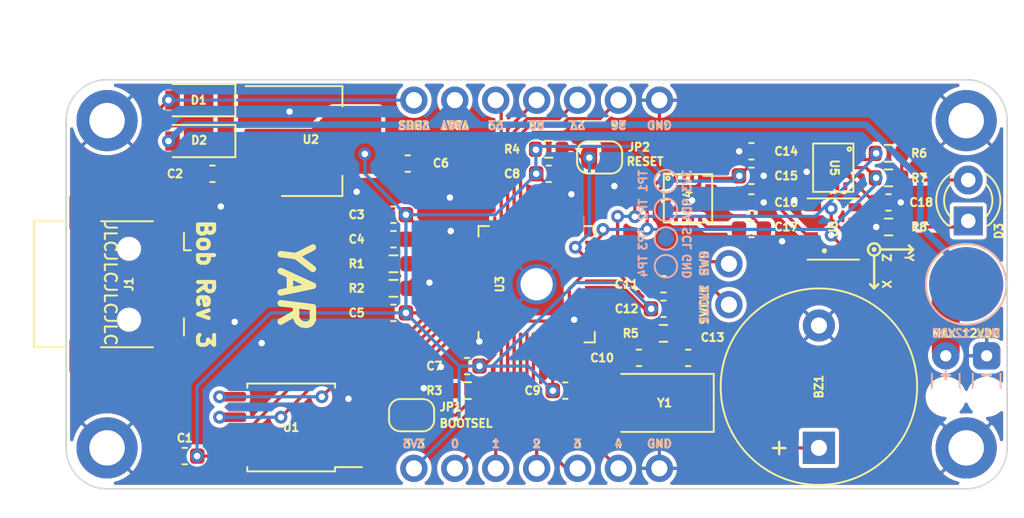
<source format=kicad_pcb>
(kicad_pcb (version 20211014) (generator pcbnew)
  (layers (0 "F.Cu" mixed) (31 "B.Cu" mixed) (34 "B.Paste" user) (35 "F.Paste" user) (36 "B.SilkS" user "B.Silkscreen") (37 "F.SilkS" user "F.Silkscreen") (38 "B.Mask" user) (39 "F.Mask" user) (44 "Edge.Cuts" user))
  (net 0 "")
  (net 1 "GND")
  (net 2 "XIN")
  (net 3 "+3V3")
  (net 4 "+1V1")
  (net 5 "VBUS")
  (net 6 "+BATT")
  (net 7 "Net-(JP2-Pad2)")
  (net 8 "BUZZER")
  (net 9 "QSPI_SS")
  (net 10 "XOUT")
  (net 11 "QSPI_SD1")
  (net 12 "QSPI_SD2")
  (net 13 "QSPI_SD0")
  (net 14 "QSPI_SCLK")
  (net 15 "QSPI_SD3")
  (net 16 "I2C_SDA")
  (net 17 "I2C_SCL")
  (net 18 "GPIO2")
  (net 19 "GPIO3")
  (net 20 "SWCLK")
  (net 21 "SWD")
  (net 22 "GPIO0")
  (net 23 "GPIO1")
  (net 24 "USB_D+")
  (net 25 "USB_D-")
  (net 26 "GPIO4")
  (net 27 "GPIO26")
  (net 28 "GPIO27")
  (net 29 "GPIO28")
  (net 30 "GPIO29")
  (net 31 "Net-(JP1-Pad2)")
  (net 32 "Net-(C2-Pad1)")
  (net 33 "Net-(C13-Pad2)")
  (net 34 "Net-(C16-Pad2)")
  (net 35 "Net-(C17-Pad1)")
  (net 36 "Net-(U4-Pad12)")
  (net 37 "Net-(D3-Pad1)")
  (net 39 "Net-(J4-Pad2)")
  (net 40 "Net-(R1-Pad1)")
  (net 41 "Net-(R2-Pad1)")
  (footprint "Capacitor_SMD:C_0603_1608Metric" (layer "F.Cu") (at 35.179 22.987)
    (fp_text reference "C6")
    (fp_text value "10u")
  )
  (footprint "Connector_PinHeader_2.54mm:PinHeader_1x07_P2.54mm_Vertical_NoSilk" (layer "F.Cu") (at 35.56 41.91 90)
    (fp_text reference "J3" hide)
    (fp_text value "GPIO (Optional)")
  )
  (footprint "Capacitor_SMD:C_0603_1608Metric" (layer "F.Cu") (at 56.515 22.225 180)
    (fp_text reference "C14")
    (fp_text value "100n")
  )
  (footprint "Connector_PinHeader_2.54mm:PinHeader_1x07_P2.54mm_Vertical_NoSilk" (layer "F.Cu") (at 35.56 19.05 90)
    (fp_text reference "J2" hide)
    (fp_text value "GPIO (Optional)")
  )
  (footprint "MountingHole:MountingHole_2.2mm_M2_DIN965_Pad" (layer "F.Cu") (at 16.51 40.64)
    (fp_text reference "H2" hide)
    (fp_text value "MountingHole_Pad")
  )
  (footprint "Capacitor_SMD:C_0603_1608Metric" (layer "F.Cu") (at 21.336 41.148 180)
    (fp_text reference "C1")
    (fp_text value "100n")
  )
  (footprint "RP2040_minimal:RP2040-QFN-56_HS" (layer "F.Cu") (at 43.18 30.48 90)
    (fp_text reference "U3")
    (fp_text value "RP2040")
  )
  (footprint "Jumper:SolderJumper-2_P1.3mm_Open_RoundedPad1.0x1.5mm" (layer "F.Cu") (at 47.089 22.606 180)
    (fp_text reference "JP2")
    (fp_text value "RESET")
  )
  (footprint "MountingHole:MountingHole_2.2mm_M2_DIN965_Pad" (layer "F.Cu") (at 16.51 20.32)
    (fp_text reference "H1" hide)
    (fp_text value "MountingHole_Pad")
  )
  (footprint "Resistor_SMD:R_0603_1608Metric" (layer "F.Cu") (at 51.054 33.528 180)
    (fp_text reference "R5")
    (fp_text value "1k")
  )
  (footprint "Capacitor_SMD:C_0603_1608Metric" (layer "F.Cu") (at 23.0502 23.622 180)
    (fp_text reference "C2")
    (fp_text value "10u")
  )
  (footprint "Diode_SMD:D_SOD-123" (layer "F.Cu") (at 22.225 19.05 180)
    (fp_text reference "D1")
    (fp_text value "1N4007")
  )
  (footprint "Package_TO_SOT_SMD:SOT-223-3_TabPin2" (layer "F.Cu") (at 29.2104 21.59)
    (fp_text reference "U2")
    (fp_text value "AMS1117-3.3")
  )
  (footprint "Logos:YAR_Logo" (layer "F.Cu") (at 28.194 30.48 -90)
    (fp_text reference "YAR")
    (fp_text value "LOGO" hide)
  )
  (footprint "Resistor_SMD:R_0603_1608Metric" (layer "F.Cu") (at 43.929 22.098)
    (fp_text reference "R4")
    (fp_text value "1k")
  )
  (footprint "Capacitor_SMD:C_0603_1608Metric" (layer "F.Cu") (at 34.29 26.162 180)
    (fp_text reference "C3")
    (fp_text value "1u")
  )
  (footprint "Capacitor_SMD:C_0603_1608Metric" (layer "F.Cu") (at 52.591 35.052)
    (fp_text reference "C13")
    (fp_text value "4p")
  )
  (footprint "Resistor_SMD:R_0603_1608Metric" (layer "F.Cu") (at 38.862 37.084 180)
    (fp_text reference "R3")
    (fp_text value "1k")
  )
  (footprint "Resistor_SMD:R_0603_1608Metric" (layer "F.Cu") (at 65.024 26.924 180)
    (fp_text reference "R8")
    (fp_text value "100")
  )
  (footprint "Resistor_SMD:R_0603_1608Metric_Pad0.98x0.95mm_HandSolder" (layer "F.Cu") (at 34.29 30.734 180)
    (fp_text reference "R2")
    (fp_text value "27")
  )
  (footprint "Capacitor_SMD:C_0603_1608Metric" (layer "F.Cu") (at 51.054 32.004)
    (fp_text reference "C12")
    (fp_text value "100n")
  )
  (footprint "Buzzer_Beeper:Buzzer_12x9.5RM7.6" (layer "F.Cu") (at 60.706 40.64 90)
    (fp_text reference "BZ1")
    (fp_text value "Buzzer")
  )
  (footprint "Diode_SMD:D_SOD-123" (layer "F.Cu") (at 22.225 21.59 180)
    (fp_text reference "D2")
    (fp_text value "1N4007")
  )
  (footprint "MountingHole:MountingHole_2.2mm_M2_DIN965_Pad" (layer "F.Cu") (at 69.85 20.32)
    (fp_text reference "H3" hide)
    (fp_text value "MountingHole_Pad")
  )
  (footprint "Connector:Screw_Switch_M2" (layer "F.Cu") (at 69.85 30.48)
    (fp_text reference "SW1" hide)
    (fp_text value "Screw Switch")
  )
  (footprint "Capacitor_SMD:C_0603_1608Metric" (layer "F.Cu") (at 43.929 23.622)
    (fp_text reference "C8")
    (fp_text value "100n")
  )
  (footprint "RP2040_minimal:LGA-8_3.6x3.8x0.9P" (layer "F.Cu") (at 61.595 27.051 90)
    (fp_text reference "U6")
    (fp_text value "HP203B")
  )
  (footprint "Capacitor_SMD:C_0603_1608Metric" (layer "F.Cu") (at 34.29 27.686 180)
    (fp_text reference "C4")
    (fp_text value "1u")
  )
  (footprint "LED_THT:LED_D3.0mm" (layer "F.Cu") (at 69.977 26.548 90)
    (fp_text reference "D3")
    (fp_text value "RED")
  )
  (footprint "Resistor_SMD:R_0603_1608Metric" (layer "F.Cu") (at 65.024 23.876)
    (fp_text reference "R7")
    (fp_text value "10k")
  )
  (footprint "MountingHole:MountingHole_2.2mm_M2_DIN965_Pad" (layer "F.Cu") (at 69.85 40.64)
    (fp_text reference "H4" hide)
    (fp_text value "MountingHole_Pad")
  )
  (footprint "Capacitor_SMD:C_0603_1608Metric" (layer "F.Cu") (at 34.29 32.258 180)
    (fp_text reference "C5")
    (fp_text value "100n")
  )
  (footprint "Capacitor_SMD:C_0603_1608Metric" (layer "F.Cu") (at 56.515 27.051)
    (fp_text reference "C17")
    (fp_text value "220n")
  )
  (footprint "Capacitor_SMD:C_0603_1608Metric" (layer "F.Cu") (at 65.024 25.4)
    (fp_text reference "C18")
    (fp_text value "100n")
  )
  (footprint "Package_SO:SOIC-8_5.23x5.23mm_P1.27mm" (layer "F.Cu") (at 27.94 39.37 180)
    (fp_text reference "U1")
    (fp_text value "W25Q64JVSS")
  )
  (footprint "Capacitor_SMD:C_0603_1608Metric" (layer "F.Cu") (at 56.515 25.4 180)
    (fp_text reference "C16")
    (fp_text value "4.7u")
  )
  (footprint "Resistor_SMD:R_0603_1608Metric" (layer "F.Cu") (at 65.024 22.352)
    (fp_text reference "R6")
    (fp_text value "10k")
  )
  (footprint "Silicon-Custom:LGA-16-3X3" (layer "F.Cu") (at 52.578 25.146 -90)
    (fp_text reference "U4")
    (fp_text value "QMC5883L" hide)
  )
  (footprint "Capacitor_SMD:C_0603_1608Metric" (layer "F.Cu") (at 51.054 30.48)
    (fp_text reference "C11")
    (fp_text value "100n")
  )
  (footprint "Connector_USB:USB_Mini-B_Lumberg_2486_01_Horizontal" (layer "F.Cu") (at 17.874 30.48 -90)
    (fp_text reference "J1")
    (fp_text value "Mini USB Female")
  )
  (footprint "Capacitor_SMD:C_0603_1608Metric" (layer "F.Cu") (at 44.958 37.084)
    (fp_text reference "C9")
    (fp_text value "100n")
  )
  (footprint "Silicon-Custom:14LGA_2.5x3.0" (layer "F.Cu") (at 61.595 23.241 90)
    (fp_text reference "U5")
    (fp_text value "QMI8658C")
  )
  (footprint "Resistor_SMD:R_0603_1608Metric_Pad0.98x0.95mm_HandSolder" (layer "F.Cu") (at 34.29 29.21 180)
    (fp_text reference "R1")
    (fp_text value "27")
  )
  (footprint "Capacitor_SMD:C_0603_1608Metric" (layer "F.Cu") (at 49.53 35.052 180)
    (fp_text reference "C10")
    (fp_text value "4p")
  )
  (footprint "Capacitor_SMD:C_0603_1608Metric" (layer "F.Cu") (at 56.515 23.749)
    (fp_text reference "C15")
    (fp_text value "100n")
  )
  (footprint "Crystal:Crystal_SMD_5032-2Pin_5.0x3.2mm" (layer "F.Cu") (at 51.126 37.846 180)
    (fp_text reference "Y1")
    (fp_text value "12MHz")
  )
  (footprint "Jumper:SolderJumper-2_P1.3mm_Open_RoundedPad1.0x1.5mm" (layer "F.Cu") (at 35.418 38.608)
    (fp_text reference "JP1")
    (fp_text value "BOOTSEL")
  )
  (footprint "Capacitor_SMD:C_0603_1608Metric" (layer "F.Cu") (at 38.862 35.56 180)
    (fp_text reference "C7")
    (fp_text value "100n")
  )
  (footprint "TestPoint:TestPoint_Pad_D1.0mm" (layer "B.Cu") (at 51.2064 29.3624 180)
    (fp_text reference "TP4")
    (fp_text value "TestPoint")
  )
  (footprint "Connector_Wire:Compact_Relief" (layer "B.Cu") (at 71.12 34.925 180)
    (fp_text reference "J4" hide)
    (fp_text value "Battery Connector")
  )
  (footprint "Connector_PinHeader_2.54mm:PinHeader_1x02_P2.54mm_Vertical" (layer "B.Cu") (at 55.118 29.21 180)
    (fp_text reference "J5" hide)
    (fp_text value "Conn_01x03_Male")
  )
  (footprint "TestPoint:TestPoint_Pad_D1.0mm" (layer "B.Cu") (at 51.2064 25.8572 180)
    (fp_text reference "TP2")
    (fp_text value "TestPoint")
  )
  (footprint "TestPoint:TestPoint_Pad_D1.0mm" (layer "B.Cu") (at 51.2064 24.0792 180)
    (fp_text reference "TP1")
    (fp_text value "TestPoint")
  )
  (footprint "TestPoint:TestPoint_Pad_D1.0mm" (layer "B.Cu") (at 51.2064 27.6352 180)
    (fp_text reference "TP3")
    (fp_text value "TestPoint")
  )
  (gr_line (start 71.374 36.1188) (end 70.866 36.1188) (layer "B.SilkS") (width 0.15))
  (gr_line (start 68.834 36.1188) (end 68.326 36.1188) (layer "B.SilkS") (width 0.15))
  (gr_line (start 68.58 36.3728) (end 68.58 35.8648) (layer "B.SilkS") (width 0.15))
  (gr_line (start 64.135 28.702) (end 64.135 30.734) (layer "F.SilkS") (width 0.15))
  (gr_line (start 64.135 30.734) (end 64.389 30.48) (layer "F.SilkS") (width 0.15))
  (gr_circle (center 64.135 28.321) (end 64.135 28.321) (layer "F.SilkS") (width 0.15) (fill none))
  (gr_circle (center 64.135 28.321) (end 64.516 28.321) (layer "F.SilkS") (width 0.15) (fill none))
  (gr_line (start 68.326 36.1188) (end 68.834 36.1188) (layer "F.SilkS") (width 0.15))
  (gr_line (start 68.58 36.3728) (end 68.58 35.8648) (layer "F.SilkS") (width 0.15))
  (gr_line (start 66.548 28.321) (end 66.294 28.575) (layer "F.SilkS") (width 0.15))
  (gr_line (start 64.516 28.321) (end 66.548 28.321) (layer "F.SilkS") (width 0.15))
  (gr_line (start 64.135 30.734) (end 63.881 30.48) (layer "F.SilkS") (width 0.15))
  (gr_line (start 66.548 28.321) (end 66.294 28.067) (layer "F.SilkS") (width 0.15))
  (gr_line (start 70.866 36.1188) (end 71.374 36.1188) (layer "F.SilkS") (width 0.15))
  (gr_arc (start 69.85 17.78) (mid 71.646051 18.523949) (end 72.39 20.32) (layer "Edge.Cuts") (width 0.1))
  (gr_arc (start 16.51 43.18) (mid 14.713949 42.436051) (end 13.97 40.64) (layer "Edge.Cuts") (width 0.1))
  (gr_line (start 72.39 20.32) (end 72.39 40.64) (layer "Edge.Cuts") (width 0.1))
  (gr_arc (start 13.97 20.32) (mid 14.713949 18.523949) (end 16.51 17.78) (layer "Edge.Cuts") (width 0.1))
  (gr_arc (start 72.39 40.64) (mid 71.646051 42.436051) (end 69.85 43.18) (layer "Edge.Cuts") (width 0.1))
  (gr_line (start 13.97 40.64) (end 13.97 20.32) (layer "Edge.Cuts") (width 0.1))
  (gr_line (start 16.51 17.78) (end 69.85 17.78) (layer "Edge.Cuts") (width 0.1))
  (gr_line (start 69.85 43.18) (end 16.51 43.18) (layer "Edge.Cuts") (width 0.1))
  (gr_text "4" (at 48.265 40.386) (layer "B.SilkS") (effects (font (size 0.5 0.5) (thickness 0.125)) (justify mirror)))
  (gr_text "GND" (at 50.805 40.386) (layer "B.SilkS") (effects (font (size 0.5 0.5) (thickness 0.125)) (justify mirror)))
  (gr_text "29" (at 40.64 20.574 180) (layer "B.SilkS") (effects (font (size 0.5 0.5) (thickness 0.125)) (justify mirror)))
  (gr_text "26" (at 48.26 20.574 180) (layer "B.SilkS") (effects (font (size 0.5 0.5) (thickness 0.125)) (justify mirror)))
  (gr_text "3V3" (at 52.5272 24.0792 90) (layer "B.SilkS") (effects (font (size 0.5 0.5) (thickness 0.125)) (justify mirror)))
  (gr_text "SCL" (at 52.5272 27.6352 90) (layer "B.SilkS") (effects (font (size 0.5 0.5) (thickness 0.125)) (justify mirror)))
  (gr_text "GND" (at 50.8 20.574 180) (layer "B.SilkS") (effects (font (size 0.5 0.5) (thickness 0.125)) (justify mirror)))
  (gr_text "SWCLK" (at 53.594 31.75 90) (layer "B.SilkS") (effects (font (size 0.5 0.5) (thickness 0.125)) (justify mirror)))
  (gr_text "VBUS" (at 35.56 20.574 180) (layer "B.SilkS") (effects (font (size 0.5 0.5) (thickness 0.125)) (justify mirror)))
  (gr_text "VBAT" (at 38.1 20.574 180) (layer "B.SilkS") (effects (font (size 0.5 0.5) (thickness 0.125)) (justify mirror)))
  (gr_text "0" (at 38.105 40.386) (layer "B.SilkS") (effects (font (size 0.5 0.5) (thickness 0.125)) (justify mirror)))
  (gr_text "SWD" (at 53.594 29.18 90) (layer "B.SilkS") (effects (font (size 0.5 0.5) (thickness 0.125)) (justify mirror)))
  (gr_text "1" (at 40.645 40.386) (layer "B.SilkS") (effects (font (size 0.5 0.5) (thickness 0.125)) (justify mirror)))
  (gr_text "3" (at 45.725 40.386) (layer "B.SilkS") (effects (font (size 0.5 0.5) (thickness 0.125)) (justify mirror)))
  (gr_text "SDA" (at 52.5272 25.8572 90) (layer "B.SilkS") (effects (font (size 0.5 0.5) (thickness 0.125)) (justify mirror)))
  (gr_text "2" (at 43.185 40.386) (layer "B.SilkS") (effects (font (size 0.5 0.5) (thickness 0.125)) (justify mirror)))
  (gr_text "MAX 12VDC" (at 69.85 33.528) (layer "B.SilkS") (effects (font (size 0.5 0.5) (thickness 0.125)) (justify mirror)))
  (gr_text "27" (at 45.72 20.574 180) (layer "B.SilkS") (effects (font (size 0.5 0.5) (thickness 0.125)) (justify mirror)))
  (gr_text "GND" (at 52.5272 29.3624 90) (layer "B.SilkS") (effects (font (size 0.5 0.5) (thickness 0.125)) (justify mirror)))
  (gr_text "28" (at 43.18 20.574 180) (layer "B.SilkS") (effects (font (size 0.5 0.5) (thickness 0.125)) (justify mirror)))
  (gr_text "3V3" (at 35.565 40.386) (layer "B.SilkS") (effects (font (size 0.5 0.5) (thickness 0.125)) (justify mirror)))
  (gr_text "29" (at 40.64 20.574 180) (layer "F.SilkS") (effects (font (size 0.5 0.5) (thickness 0.125))))
  (gr_text "VBUS" (at 35.56 20.574 180) (layer "F.SilkS") (effects (font (size 0.5 0.5) (thickness 0.125))))
  (gr_text "RESET" (at 49.911 22.86) (layer "F.SilkS") (effects (font (size 0.5 0.5) (thickness 0.125))))
  (gr_text "Bob Rev 3" (at 22.606 30.48 270) (layer "F.SilkS") (effects (font (size 1 1) (thickness 0.25))))
  (gr_text "Z" (at 64.897 28.829 270) (layer "F.SilkS") (effects (font (size 0.5 0.5) (thickness 0.125))))
  (gr_text "SWCLK" (at 53.594 31.75 90) (layer "F.SilkS") (effects (font (size 0.5 0.5) (thickness 0.125))))
  (gr_text "0" (at 38.105 40.386) (layer "F.SilkS") (effects (font (size 0.5 0.5) (thickness 0.125))))
  (gr_text "3" (at 45.725 40.386) (layer "F.SilkS") (effects (font (size 0.5 0.5) (thickness 0.125))))
  (gr_text "27" (at 45.72 20.574 180) (layer "F.SilkS") (effects (font (size 0.5 0.5) (thickness 0.125))))
  (gr_text "MAX 12VDC" (at 69.85 33.528) (layer "F.SilkS") (effects (font (size 0.5 0.5) (thickness 0.125))))
  (gr_text "SWD" (at 53.594 29.18 90) (layer "F.SilkS") (effects (font (size 0.5 0.5) (thickness 0.125))))
  (gr_text "28" (at 43.18 20.574 180) (layer "F.SilkS") (effects (font (size 0.5 0.5) (thickness 0.125))))
  (gr_text "JLCJLCJLCJLC" (at 16.7132 30.4292 -90) (layer "F.SilkS") (effects (font (size 0.75 0.75) (thickness 0.125))))
  (gr_text "VBAT" (at 38.1 20.574 180) (layer "F.SilkS") (effects (font (size 0.5 0.5) (thickness 0.125))))
  (gr_text "1" (at 40.645 40.386) (layer "F.SilkS") (effects (font (size 0.5 0.5) (thickness 0.125))))
  (gr_text "4" (at 48.265 40.386) (layer "F.SilkS") (effects (font (size 0.5 0.5) (thickness 0.125))))
  (gr_text "BOOTSEL\n" (at 37.084 39.116) (layer "F.SilkS") (effects (font (size 0.5 0.5) (thickness 0.125)) (justify left)))
  (gr_text "2" (at 43.185 40.386) (layer "F.SilkS") (effects (font (size 0.5 0.5) (thickness 0.125))))
  (gr_text "Y" (at 66.294 28.829 270) (layer "F.SilkS") (effects (font (size 0.5 0.5) (thickness 0.125))))
  (gr_text "26" (at 48.26 20.574 180) (layer "F.SilkS") (effects (font (size 0.5 0.5) (thickness 0.125))))
  (gr_text "X" (at 64.897 30.48 270) (layer "F.SilkS") (effects (font (size 0.5 0.5) (thickness 0.125))))
  (gr_text "3v3" (at 35.565 40.386) (layer "F.SilkS") (effects (font (size 0.5 0.5) (thickness 0.125))))
  (gr_text "GND" (at 50.805 40.386) (layer "F.SilkS") (effects (font (size 0.5 0.5) (thickness 0.125))))
  (gr_text "GND" (at 50.8 20.574 180) (layer "F.SilkS") (effects (font (size 0.5 0.5) (thickness 0.125))))
  (segment (start 53.828 24.896) (end 53.209 24.896) (width 0.2) (layer "F.Cu") (net 1))
  (segment (start 53.209 24.896) (end 52.832 25.273) (width 0.2) (layer "F.Cu") (net 1))
  (segment (start 53.828 25.896) (end 53.455 25.896) (width 0.2) (layer "F.Cu") (net 1))
  (segment (start 46.78 31.48) (end 47.5328 31.48) (width 0.2) (layer "F.Cu") (net 1))
  (segment (start 60.245 26.601) (end 59.895978 26.601) (width 0.2) (layer "F.Cu") (net 1))
  (segment (start 59.182 25.887022) (end 59.182 25.273) (width 0.2) (layer "F.Cu") (net 1))
  (segment (start 59.895978 26.601) (end 59.182 25.887022) (width 0.2) (layer "F.Cu") (net 1))
  (segment (start 45.72 31.75) (end 45.72 31.9024) (width 0.2) (layer "F.Cu") (net 1))
  (segment (start 53.455 25.896) (end 52.832 25.273) (width 0.2) (layer "F.Cu") (net 1))
  (segment (start 46.78 31.48) (end 45.99 31.48) (width 0.2) (layer "F.Cu") (net 1))
  (segment (start 47.5328 31.48) (end 47.752 31.6992) (width 0.2) (layer "F.Cu") (net 1))
  (segment (start 45.99 31.48) (end 45.72 31.75) (width 0.2) (layer "F.Cu") (net 1))
  (via (at 59.944 23.495) (size 0.8) (drill 0.4) (layers "F.Cu" "B.Cu") (net 1))
  (via (at 57.277 23.749) (size 0.8) (drill 0.4) (layers "F.Cu" "B.Cu") (net 1))
  (via (at 26.1112 34.1376) (size 0.8) (drill 0.4) (layers "F.Cu" "B.Cu") (net 1))
  (via (at 45.339 24.892) (size 0.8) (drill 0.4) (layers "F.Cu" "B.Cu") (net 1))
  (via (at 65.786 25.4) (size 0.8) (drill 0.4) (layers "F.Cu" "B.Cu") (net 1))
  (via (at 52.832 25.273) (size 0.8) (drill 0.4) (layers "F.Cu" "B.Cu") (net 1))
  (via (at 37.2364 35.6108) (size 0.8) (drill 0.4) (layers "F.Cu" "B.Cu") (net 1))
  (via (at 23.5712 25.654) (size 0.8) (drill 0.4) (layers "F.Cu" "B.Cu") (net 1))
  (via (at 27.8384 19.7612) (size 0.8) (drill 0.4) (layers "F.Cu" "B.Cu") (net 1))
  (via (at 45.507737 32.680737) (size 0.8) (drill 0.4) (layers "F.Cu" "B.Cu") (net 1))
  (via (at 37.7952 25.0952) (size 0.8) (drill 0.4) (layers "F.Cu" "B.Cu") (net 1))
  (via (at 24.4348 32.8168) (size 0.8) (drill 0.4) (layers "F.Cu" "B.Cu") (net 1))
  (via (at 59.182 25.273) (size 0.8) (drill 0.4) (layers "F.Cu" "B.Cu") (net 1))
  (via (at 32.004 24.7396) (size 0.8) (drill 0.4) (layers "F.Cu" "B.Cu") (net 1))
  (via (at 55.753 22.225) (size 0.8) (drill 0.4) (layers "F.Cu" "B.Cu") (net 1))
  (via (at 58.42 27.813) (size 0.8) (drill 0.4) (layers "F.Cu" "B.Cu") (net 1))
  (via (at 39.624 34.036) (size 0.8) (drill 0.4) (layers "F.Cu" "B.Cu") (net 1))
  (via (at 37.846 27.178) (size 0.8) (drill 0.4) (layers "F.Cu" "B.Cu") (net 1))
  (via (at 57.277 25.4) (size 0.8) (drill 0.4) (layers "F.Cu" "B.Cu") (net 1))
  (via (at 31.496 37.592) (size 0.8) (drill 0.4) (layers "F.Cu" "B.Cu") (net 1))
  (via (at 36.1696 36.9316) (size 0.8) (drill 0.4) (layers "F.Cu" "B.Cu") (net 1))
  (via (at 36.5252 30.3784) (size 0.8) (drill 0.4) (layers "F.Cu" "B.Cu") (net 1))
  (via (at 64.262 26.924) (size 0.8) (drill 0.4) (layers "F.Cu" "B.Cu") (net 1))
  (via (at 48.006 24.384) (size 0.8) (drill 0.4) (layers "F.Cu" "B.Cu") (net 1))
  (segment (start 46.78 31.08) (end 47.786994 31.08) (width 0.2) (layer "F.Cu") (net 2))
  (segment (start 47.786994 31.08) (end 48.755 32.048006) (width 0.2) (layer "F.Cu") (net 2))
  (segment (start 48.755 32.048006) (end 48.755 37.325) (width 0.2) (layer "F.Cu") (net 2))
  (segment (start 48.755 37.325) (end 49.276 37.846) (width 0.2) (layer "F.Cu") (net 2))
  (segment (start 37.183 28.28) (end 39.58 28.28) (width 0.2) (layer "F.Cu") (net 3))
  (segment (start 39.58 28.28) (end 39.58 27.88) (width 0.2) (layer "F.Cu") (net 3))
  (segment (start 44.18 26.88) (end 44.18 24.648) (width 0.2) (layer "F.Cu") (net 3))
  (segment (start 58.42 25.908) (end 58.42 23.368) (width 0.2) (layer "F.Cu") (net 3))
  (segment (start 44.18 37.081) (end 44.183 37.084) (width 0.2) (layer "F.Cu") (net 3))
  (segment (start 35.065 32.258) (end 35.922693 32.258) (width 0.2) (layer "F.Cu") (net 3))
  (segment (start 24.213 41.148) (end 24.34 41.275) (width 0.2) (layer "F.Cu") (net 3))
  (segment (start 39.637 35.56) (end 39.878 35.56) (width 0.2) (layer "F.Cu") (net 3))
  (segment (start 49.88165 32.004) (end 50.279 32.004) (width 0.2) (layer "F.Cu") (net 3))
  (segment (start 35.922693 32.258) (end 37.900693 30.28) (width 0.2) (layer "F.Cu") (net 3))
  (segment (start 60.153 27.501) (end 60.013 27.501) (width 0.2) (layer "F.Cu") (net 3))
  (segment (start 51.328 24.896) (end 51.332 24.892) (width 0.2) (layer "F.Cu") (net 3))
  (segment (start 39.57952 29.87952) (end 39.58 29.88) (width 0.2) (layer "F.Cu") (net 3))
  (segment (start 43.1355 22.1295) (end 43.104 22.098) (width 0.2) (layer "F.Cu") (net 3))
  (segment (start 59.456 24.391) (end 57.806 22.741) (width 0.2) (layer "F.Cu") (net 3))
  (segment (start 64.325 25.4) (end 65.849 23.876) (width 0.2) (layer "F.Cu") (net 3))
  (segment (start 55.74 23.749) (end 55.766 23.749) (width 0.2) (layer "F.Cu") (net 3))
  (segment (start 39.58 27.88) (end 40.58 26.88) (width 0.2) (layer "F.Cu") (net 3))
  (segment (start 38.301173 29.87952) (end 39.57952 29.87952) (width 0.2) (layer "F.Cu") (net 3))
  (segment (start 59.456 24.391) (end 60.845 24.391) (width 0.2) (layer "F.Cu") (net 3))
  (segment (start 55.593 23.896) (end 55.74 23.749) (width 0.2) (layer "F.Cu") (net 3))
  (segment (start 46.78 30.28) (end 48.15765 30.28) (width 0.2) (layer "F.Cu") (net 3))
  (segment (start 60.013 27.501) (end 58.42 25.908) (width 0.2) (layer "F.Cu") (net 3))
  (segment (start 65.981 24.008) (end 69.977 24.008) (width 0.2) (layer "F.Cu") (net 3))
  (segment (start 37.900693 30.28) (end 38.301173 29.87952) (width 0.2) (layer "F.Cu") (net 3))
  (segment (start 44.18 24.648) (end 43.154 23.622) (width 0.2) (layer "F.Cu") (net 3))
  (segment (start 64.154 25.4) (end 62.495 23.741) (width 0.2) (layer "F.Cu") (net 3))
  (segment (start 48.15765 30.28) (end 49.88165 32.004) (width 0.2) (layer "F.Cu") (net 3))
  (segment (start 44.18 34.08) (end 44.18 37.081) (width 0.2) (layer "F.Cu") (net 3))
  (segment (start 39.878 35.56) (end 40.58 34.858) (width 0.2) (layer "F.Cu") (net 3))
  (segment (start 22.111 41.148) (end 24.213 41.148) (width 0.2) (layer "F.Cu") (net 3))
  (segment (start 60.695 22.741) (end 61.095 22.741) (width 0.2) (layer "F.Cu") (net 3))
  (segment (start 62.095 23.741) (end 62.495 23.741) (width 0.2) (layer "F.Cu") (net 3))
  (segment (start 65.849 23.876) (end 65.981 24.008) (width 0.2) (layer "F.Cu") (net 3))
  (segment (start 65.849 23.876) (end 65.849 22.352) (width 0.2) (layer "F.Cu") (net 3))
  (segment (start 55.766 23.749) (end 57.29 22.225) (width 0.2) (layer "F.Cu") (net 3))
  (segment (start 37.900693 30.28) (end 39.58 30.28) (width 0.2) (layer "F.Cu") (net 3))
  (segment (start 61.095 22.741) (end 62.095 23.741) (width 0.2) (layer "F.Cu") (net 3))
  (segment (start 40.58 34.858) (end 40.58 34.08) (width 0.2) (layer "F.Cu") (net 3))
  (segment (start 53.328 23.896) (end 55.593 23.896) (width 0.2) (layer "F.Cu") (net 3))
  (segment (start 35.065 26.162) (end 37.183 28.28) (width 0.2) (layer "F.Cu") (net 3))
  (segment (start 57.806 22.741) (end 57.29 22.225) (width 0.2) (layer "F.Cu") (net 3))
  (segment (start 61.079 22.741) (end 57.806 22.741) (width 0.2) (layer "F.Cu") (net 3))
  (segment (start 62.945 25.701) (end 64.202 25.701) (width 0.2) (layer "F.Cu") (net 3))
  (via (at 39.637 35.56) (size 0.8) (drill 0.4) (layers "F.Cu" "B.Cu") (net 3))
  (via (at 35.065 26.162) (size 0.8) (drill 0.4) (layers "F.Cu" "B.Cu") (net 3))
  (via (at 22.098 41.148) (size 0.8) (drill 0.4) (layers "F.Cu" "B.Cu") (net 3))
  (via (at 44.183 37.084) (size 0.8) (drill 0.4) (layers "F.Cu" "B.Cu") (net 3))
  (via (at 43.154 23.622) (size 0.8) (drill 0.4) (layers "F.Cu" "B.Cu") (net 3))
  (via (at 55.766 23.749) (size 0.8) (drill 0.4) (layers "F.Cu" "B.Cu") (net 3))
  (via (at 35.065 32.258) (size 0.8) (drill 0.4) (layers "F.Cu" "B.Cu") (net 3))
  (via (at 32.512 22.3895) (size 0.8) (drill 0.4) (layers "F.Cu" "B.Cu") (net 3))
  (via (at 50.292 32.004) (size 0.8) (drill 0.4) (layers "F.Cu" "B.Cu") (net 3))
  (via (at 43.1355 22.1295) (size 0.8) (drill 0.4) (layers "F.Cu" "B.Cu") (net 3))
  (segment (start 38.367 35.56) (end 39.637 35.56) (width 0.2) (layer "B.Cu") (net 3))
  (segment (start 35.065 32.258) (end 38.367 35.56) (width 0.2) (layer "B.Cu") (net 3))
  (segment (start 38.367 39.103) (end 38.367 35.56) (width 0.2) (layer "B.Cu") (net 3))
  (segment (start 35.065 26.162) (end 40.614 26.162) (width 0.2) (layer "B.Cu") (net 3))
  (segment (start 35.065 26.162) (end 35.065 32.258) (width 0.2) (layer "B.Cu") (net 3))
  (segment (start 55.4228 24.0792) (end 55.753 23.749) (width 0.2) (layer "B.Cu") (net 3))
  (segment (start 40.4368 35.56) (end 39.637 35.56) (width 0.2) (layer "B.Cu") (net 3))
  (segment (start 43.343511 21.921489) (end 49.251889 21.921489) (width 0.2) (layer "B.Cu") (net 3))
  (segment (start 43.1355 22.1295) (end 43.1355 23.6035) (width 0.2) (layer "B.Cu") (net 3))
  (segment (start 43.1355 22.1295) (end 43.343511 21.921489) (width 0.2) (layer "B.Cu") (net 3))
  (segment (start 22.098 41.148) (end 22.098 36.83) (width 0.2) (layer "B.Cu") (net 3))
  (segment (start 49.251889 21.921489) (end 51.1556 23.8252) (width 0.2) (layer "B.Cu") (net 3))
  (segment (start 32.512 23.609) (end 35.065 26.162) (width 0.2) (layer "B.Cu") (net 3))
  (segment (start 39.637 35.56) (end 42.659 35.56) (width 0.2) (layer "B.Cu") (net 3))
  (segment (start 40.614 26.162) (end 43.154 23.622) (width 0.2) (layer "B.Cu") (net 3))
  (segment (start 43.1355 23.6035) (end 43.154 23.622) (width 0.2) (layer "B.Cu") (net 3))
  (segment (start 48.66798 30.37998) (end 45.61682 30.37998) (width 0.2) (layer "B.Cu") (net 3))
  (segment (start 35.56 41.91) (end 38.367 39.103) (width 0.2) (layer "B.Cu") (net 3))
  (segment (start 50.292 32.004) (end 48.66798 30.37998) (width 0.2) (layer "B.Cu") (net 3))
  (segment (start 42.659 35.56) (end 44.183 37.084) (width 0.2) (layer "B.Cu") (net 3))
  (segment (start 51.2064 24.0792) (end 55.4228 24.0792) (width 0.2) (layer "B.Cu") (net 3))
  (segment (start 45.61682 30.37998) (end 40.4368 35.56) (width 0.2) (layer "B.Cu") (net 3))
  (segment (start 22.098 36.83) (end 26.67 32.258) (width 0.2) (layer "B.Cu") (net 3))
  (segment (start 26.67 32.258) (end 35.065 32.258) (width 0.2) (layer "B.Cu") (net 3))
  (segment (start 32.512 22.3895) (end 32.512 23.609) (width 0.2) (layer "B.Cu") (net 3))
  (segment (start 40.274295 30.68) (end 40.64 30.314295) (width 0.2) (layer "F.Cu") (net 4))
  (segment (start 40.64 29.045705) (end 40.64 31.479231) (width 0.2) (layer "F.Cu") (net 4))
  (segment (start 36.059 28.68) (end 35.065 27.686) (width 0.2) (layer "F.Cu") (net 4))
  (segment (start 40.64 31.479231) (end 41.926769 32.766) (width 0.2) (layer "F.Cu") (net 4))
  (segment (start 44.433231 32.766) (end 45.212 31.987231) (width 0.2) (layer "F.Cu") (net 4))
  (segment (start 45.212 31.987231) (end 45.212 30.753705) (width 0.2) (layer "F.Cu") (net 4))
  (segment (start 45.212 30.753705) (end 46.085705 29.88) (width 0.2) (layer "F.Cu") (net 4))
  (segment (start 46.085705 29.88) (end 46.78 29.88) (width 0.2) (layer "F.Cu") (net 4))
  (segment (start 40.64 29.045705) (end 40.274295 28.68) (width 0.2) (layer "F.Cu") (net 4))
  (segment (start 39.58 30.68) (end 40.274295 30.68) (width 0.2) (layer "F.Cu") (net 4))
  (segment (start 46.78 29.88) (end 48.322656 29.88) (width 0.2) (layer "F.Cu") (net 4))
  (segment (start 48.322656 29.88) (end 48.922656 30.48) (width 0.2) (layer "F.Cu") (net 4))
  (segment (start 48.922656 30.48) (end 50.279 30.48) (width 0.2) (layer "F.Cu") (net 4))
  (segment (start 41.926769 32.766) (end 44.433231 32.766) (width 0.2) (layer "F.Cu") (net 4))
  (segment (start 40.64 30.314295) (end 40.64 29.045705) (width 0.2) (layer "F.Cu") (net 4))
  (segment (start 40.274295 28.68) (end 39.58 28.68) (width 0.2) (layer "F.Cu") (net 4))
  (segment (start 39.58 28.68) (end 36.059 28.68) (width 0.2) (layer "F.Cu") (net 4))
  (segment (start 19.144 27.45) (end 19.144 20.226) (width 0.2) (layer "F.Cu") (net 5))
  (segment (start 20.574 28.88) (end 19.144 27.45) (width 0.2) (layer "F.Cu") (net 5))
  (segment (start 19.144 20.226) (end 20.32 19.05) (width 0.2) (layer "F.Cu") (net 5))
  (via (at 20.32 19.05) (size 0.8) (drill 0.4) (layers "F.Cu" "B.Cu") (net 5))
  (segment (start 35.56 19.05) (end 20.32 19.05) (width 0.2) (layer "B.Cu") (net 5))
  (via (at 20.32 21.59) (size 0.8) (drill 0.4) (layers "F.Cu" "B.Cu") (net 6))
  (segment (start 39.624 20.574) (end 39.8272 20.574) (width 0.4) (layer "B.Cu") (net 6))
  (segment (start 39.8272 20.574) (end 36.576 20.574) (width 0.4) (layer "B.Cu") (net 6))
  (segment (start 66.9925 23.9395) (end 63.627 20.574) (width 0.4) (layer "B.Cu") (net 6))
  (segment (start 38.1 19.05) (end 39.624 20.574) (width 0.4) (layer "B.Cu") (net 6))
  (segment (start 68.648257 29.278257) (end 68.648257 28.516257) (width 0.4) (layer "B.Cu") (net 6))
  (segment (start 21.336 20.574) (end 36.576 20.574) (width 0.4) (layer "B.Cu") (net 6))
  (segment (start 63.627 20.574) (end 39.8272 20.574) (width 0.4) (layer "B.Cu") (net 6))
  (segment (start 36.576 20.574) (end 38.1 19.05) (width 0.4) (layer "B.Cu") (net 6))
  (segment (start 20.32 21.59) (end 21.336 20.574) (width 0.4) (layer "B.Cu") (net 6))
  (segment (start 68.648257 28.516257) (end 66.9925 26.8605) (width 0.4) (layer "B.Cu") (net 6))
  (segment (start 66.9925 26.8605) (end 66.9925 23.9395) (width 0.4) (layer "B.Cu") (net 6))
  (segment (start 46.439 22.606) (end 45.961 22.606) (width 0.2) (layer "F.Cu") (net 7))
  (segment (start 45.453 22.098) (end 44.754 22.098) (width 0.2) (layer "F.Cu") (net 7))
  (segment (start 45.961 22.606) (end 45.453 22.098) (width 0.2) (layer "F.Cu") (net 7))
  (segment (start 45.582112 28.184267) (end 46.077845 28.68) (width 0.2) (layer "F.Cu") (net 7))
  (segment (start 46.077845 28.68) (end 46.78 28.68) (width 0.2) (layer "F.Cu") (net 7))
  (via (at 46.454 22.621) (size 0.8) (drill 0.4) (layers "F.Cu" "B.Cu") (net 7))
  (via (at 45.582112 28.184267) (size 0.8) (drill 0.4) (layers "F.Cu" "B.Cu") (net 7))
  (segment (start 45.582112 28.184267) (end 46.454 27.312379) (width 0.2) (layer "B.Cu") (net 7))
  (segment (start 46.454 27.312379) (end 46.454 22.621) (width 0.2) (layer "B.Cu") (net 7))
  (segment (start 47.155487 40.240481) (end 47.555006 40.64) (width 0.2) (layer "F.Cu") (net 8))
  (segment (start 47.555006 40.64) (end 60.706 40.64) (width 0.2) (layer "F.Cu") (net 8))
  (segment (start 44.475498 40.24048) (end 47.155487 40.240481) (width 0.2) (layer "F.Cu") (net 8))
  (segment (start 42.98 34.08) (end 42.98 37.097783) (width 0.2) (layer "F.Cu") (net 8))
  (segment (start 42.97952 38.744502) (end 44.475498 40.24048) (width 0.2) (layer "F.Cu") (net 8))
  (segment (start 42.97952 37.098263) (end 42.97952 38.744502) (width 0.2) (layer "F.Cu") (net 8))
  (segment (start 42.98 37.097783) (end 42.97952 37.098263) (width 0.2) (layer "F.Cu") (net 8))
  (segment (start 37.719 37.084) (end 36.160003 35.525003) (width 0.2) (layer "F.Cu") (net 9))
  (segment (start 33.41952 39.535486) (end 33.41952 38.265486) (width 0.2) (layer "F.Cu") (net 9))
  (segment (start 33.302503 39.652503) (end 33.41952 39.535486) (width 0.2) (layer "F.Cu") (net 9))
  (segment (start 33.302503 39.678214) (end 33.302503 39.652503) (width 0.2) (layer "F.Cu") (net 9))
  (segment (start 36.160003 35.525003) (end 38.605486 33.07952) (width 0.2) (layer "F.Cu") (net 9))
  (segment (start 31.705717 41.275) (end 33.302503 39.678214) (width 0.2) (layer "F.Cu") (net 9))
  (segment (start 38.037 37.084) (end 37.719 37.084) (width 0.2) (layer "F.Cu") (net 9))
  (segment (start 31.54 41.275) (end 31.705717 41.275) (width 0.2) (layer "F.Cu") (net 9))
  (segment (start 33.41952 38.265486) (end 36.160003 35.525003) (width 0.2) (layer "F.Cu") (net 9))
  (segment (start 38.605486 33.07952) (end 39.37 33.07952) (width 0.2) (layer "F.Cu") (net 9))
  (segment (start 50.229 33.528) (end 50.038 33.528) (width 0.2) (layer "F.Cu") (net 10))
  (segment (start 49.15452 32.64452) (end 49.15452 31.88252) (width 0.2) (layer "F.Cu") (net 10))
  (segment (start 47.952 30.68) (end 46.78 30.68) (width 0.2) (layer "F.Cu") (net 10))
  (segment (start 50.038 33.528) (end 49.15452 32.64452) (width 0.2) (layer "F.Cu") (net 10))
  (segment (start 49.15452 31.88252) (end 47.952 30.68) (width 0.2) (layer "F.Cu") (net 10))
  (segment (start 32.385 40.005) (end 31.54 40.005) (width 0.2) (layer "F.Cu") (net 11))
  (segment (start 39.58 32.68) (end 38.44 32.68) (width 0.2) (layer "F.Cu") (net 11))
  (segment (start 33.02 39.37) (end 32.385 40.005) (width 0.2) (layer "F.Cu") (net 11))
  (segment (start 33.02 38.1) (end 33.02 39.37) (width 0.2) (layer "F.Cu") (net 11))
  (segment (start 38.44 32.68) (end 33.02 38.1) (width 0.2) (layer "F.Cu") (net 11))
  (segment (start 31.54 38.735) (end 31.705717 38.735) (width 0.2) (layer "F.Cu") (net 12))
  (segment (start 31.705717 38.735) (end 38.160717 32.28) (width 0.2) (layer "F.Cu") (net 12))
  (segment (start 38.160717 32.28) (end 39.58 32.28) (width 0.2) (layer "F.Cu") (net 12))
  (segment (start 37.995711 31.88) (end 33.045711 36.83) (width 0.2) (layer "F.Cu") (net 13))
  (segment (start 30.48 36.83) (end 29.845 37.465) (width 0.2) (layer "F.Cu") (net 13))
  (segment (start 33.045711 36.83) (end 30.48 36.83) (width 0.2) (layer "F.Cu") (net 13))
  (segment (start 39.58 31.88) (end 37.995711 31.88) (width 0.2) (layer "F.Cu") (net 13))
  (via (at 23.495 37.465) (size 0.8) (drill 0.4) (layers "F.Cu" "B.Cu") (net 13))
  (via (at 29.845 37.465) (size 0.8) (drill 0.4) (layers "F.Cu" "B.Cu") (net 13))
  (segment (start 23.495 37.465) (end 29.845 37.465) (width 0.2) (layer "B.Cu") (net 13))
  (segment (start 39.58 31.48) (end 37.830705 31.48) (width 0.2) (layer "F.Cu") (net 14))
  (segment (start 37.830705 31.48) (end 32.880225 36.43048) (width 0.2) (layer "F.Cu") (net 14))
  (segment (start 29.60952 36.43048) (end 27.305 38.735) (width 0.2) (layer "F.Cu") (net 14))
  (segment (start 32.880225 36.43048) (end 29.60952 36.43048) (width 0.2) (layer "F.Cu") (net 14))
  (via (at 23.495 38.735) (size 0.8) (drill 0.4) (layers "F.Cu" "B.Cu") (net 14))
  (via (at 27.305 38.735) (size 0.8) (drill 0.4) (layers "F.Cu" "B.Cu") (net 14))
  (segment (start 23.495 38.735) (end 27.305 38.735) (width 0.2) (layer "B.Cu") (net 14))
  (segment (start 28.73904 36.03096) (end 24.765 40.005) (width 0.2) (layer "F.Cu") (net 15))
  (segment (start 37.665699 31.08) (end 32.714739 36.03096) (width 0.2) (layer "F.Cu") (net 15))
  (segment (start 32.714739 36.03096) (end 28.73904 36.03096) (width 0.2) (layer "F.Cu") (net 15))
  (segment (start 39.58 31.08) (end 37.665699 31.08) (width 0.2) (layer "F.Cu") (net 15))
  (segment (start 24.765 40.005) (end 24.34 40.005) (width 0.2) (layer "F.Cu") (net 15))
  (segment (start 63.81 22.741) (end 64.199 22.352) (width 0.2) (layer "F.Cu") (net 16))
  (segment (start 48.2092 27.5844) (end 47.5136 28.28) (width 0.2) (layer "F.Cu") (net 16))
  (segment (start 62.945 27.501) (end 62.526259 27.501) (width 0.2) (layer "F.Cu") (net 16))
  (segment (start 48.2092 26.2636) (end 48.2092 27.5844) (width 0.2) (layer "F.Cu") (net 16))
  (segment (start 51.828 23.896) (end 50.928978 23.896) (width 0.2) (layer "F.Cu") (net 16))
  (segment (start 49.276 25.548978) (end 49.276 26.283161) (width 0.2) (layer "F.Cu") (net 16))
  (segment (start 50.928978 23.896) (end 49.276 25.548978) (width 0.2) (layer "F.Cu") (net 16))
  (segment (start 61.468 26.442741) (end 61.468 25.781) (width 0.2) (layer "F.Cu") (net 16))
  (segment (start 62.526259 27.501) (end 61.468 26.442741) (width 0.2) (layer "F.Cu") (net 16))
  (segment (start 62.495 22.741) (end 63.81 22.741) (width 0.2) (layer "F.Cu") (net 16))
  (segment (start 47.5136 28.28) (end 46.78 28.28) (width 0.2) (layer "F.Cu") (net 16))
  (via (at 49.276 26.283161) (size 0.8) (drill 0.4) (layers "F.Cu" "B.Cu") (net 16))
  (via (at 64.262 22.352) (size 0.8) (drill 0.4) (layers "F.Cu" "B.Cu") (net 16))
  (via (at 48.2092 26.2636) (size 0.8) (drill 0.4) (layers "F.Cu" "B.Cu") (net 16))
  (via (at 61.468 25.781) (size 0.8) (drill 0.4) (layers "F.Cu" "B.Cu") (net 16))
  (segment (start 48.2092 26.2636) (end 60.4774 26.2636) (width 0.2) (layer "B.Cu") (net 16))
  (segment (start 51.443866 26.283161) (end 51.463427 26.2636) (width 0.2) (layer "B.Cu") (net 16))
  (segment (start 51.424305 26.2636) (end 51.443866 26.283161) (width 0.2) (layer "B.Cu") (net 16))
  (segment (start 60.4774 26.2636) (end 64.389 22.352) (width 0.2) (layer "B.Cu") (net 16))
  (segment (start 47.2948 27.3652) (end 46.78 27.88) (width 0.2) (layer "F.Cu") (net 17))
  (segment (start 50.038 25.351984) (end 50.993984 24.396) (width 0.2) (layer "F.Cu") (net 17))
  (segment (start 47.2948 27.0764) (end 47.2948 27.3652) (width 0.2) (layer "F.Cu") (net 17))
  (segment (start 50.038 27.051) (end 50.038 25.351984) (width 0.2) (layer "F.Cu") (net 17))
  (segment (start 64.262 23.876) (end 63.627 23.241) (width 0.2) (layer "F.Cu") (net 17))
  (segment (start 63.627 23.241) (end 62.495 23.241) (width 0.2) (layer "F.Cu") (net 17))
  (segment (start 62.437 28.401) (end 62.945 28.401) (width 0.2) (layer "F.Cu") (net 17))
  (segment (start 61.468 27.432) (end 62.437 28.401) (width 0.2) (layer "F.Cu") (net 17))
  (segment (start 50.993984 24.396) (end 51.328 24.396) (width 0.2) (layer "F.Cu") (net 17))
  (via (at 50.038 27.051) (size 0.8) (drill 0.4) (layers "F.Cu" "B.Cu") (net 17))
  (via (at 47.2948 27.0764) (size 0.8) (drill 0.4) (layers "F.Cu" "B.Cu") (net 17))
  (via (at 61.468 27.432) (size 0.8) (drill 0.4) (layers "F.Cu" "B.Cu") (net 17))
  (via (at 64.262 23.876) (size 0.8) (drill 0.4) (layers "F.Cu" "B.Cu") (net 17))
  (segment (start 64.262 24.257) (end 61.4426 27.0764) (width 0.2) (layer "B.Cu") (net 17))
  (segment (start 64.262 23.876) (end 64.262 24.257) (width 0.2) (layer "B.Cu") (net 17))
  (segment (start 61.4426 27.0764) (end 47.2948 27.0764) (width 0.2) (layer "B.Cu") (net 17))
  (segment (start 43.18 41.91) (end 43.18 40.64) (width 0.2) (layer "F.Cu") (net 18))
  (segment (start 43.18 40.64) (end 41.78 39.24) (width 0.2) (layer "F.Cu") (net 18))
  (segment (start 41.78 39.24) (end 41.78 34.08) (width 0.2) (layer "F.Cu") (net 18))
  (segment (start 42.18 39.074994) (end 45.015006 41.91) (width 0.2) (layer "F.Cu") (net 19))
  (segment (start 45.015006 41.91) (end 45.72 41.91) (width 0.2) (layer "F.Cu") (net 19))
  (segment (start 42.18 34.08) (end 42.18 39.074994) (width 0.2) (layer "F.Cu") (net 19))
  (segment (start 48.75152 29.48048) (end 46.355 29.48048) (width 0.2) (layer "F.Cu") (net 20))
  (segment (start 52.848 29.48) (end 55.118 31.75) (width 0.2) (layer "F.Cu") (net 20))
  (segment (start 48.006 29.48) (end 52.848 29.48) (width 0.2) (layer "F.Cu") (net 20))
  (segment (start 46.99 29.08048) (end 54.48048 29.08048) (width 0.2) (layer "F.Cu") (net 21))
  (segment (start 40.98 39.03) (end 40.98 34.08) (width 0.2) (layer "F.Cu") (net 22))
  (segment (start 38.1 41.91) (end 40.98 39.03) (width 0.2) (layer "F.Cu") (net 22))
  (segment (start 40.64 40.005) (end 40.64 41.91) (width 0.2) (layer "F.Cu") (net 23))
  (segment (start 41.37952 34.08048) (end 41.37952 39.26548) (width 0.2) (layer "F.Cu") (net 23))
  (segment (start 41.38 34.08) (end 41.37952 34.08048) (width 0.2) (layer "F.Cu") (net 23))
  (segment (start 41.37952 39.26548) (end 40.64 40.005) (width 0.2) (layer "F.Cu") (net 23))
  (segment (start 33.3775 30.734) (end 33.0905 30.447) (width 0.8) (layer "F.Cu") (net 24))
  (segment (start 22.455051 30.48) (end 22.488051 30.447) (width 0.5) (layer "F.Cu") (net 24))
  (segment (start 22.488051 30.447) (end 33.0905 30.447) (width 0.8) (layer "F.Cu") (net 24))
  (segment (start 20.574 30.48) (end 22.455051 30.48) (width 0.5) (layer "F.Cu") (net 24))
  (segment (start 33.3775 29.21) (end 33.0905 29.497) (width 0.8) (layer "F.Cu") (net 25))
  (segment (start 22.257 29.497) (end 22.488051 29.497) (width 0.5) (layer "F.Cu") (net 25))
  (segment (start 22.074 29.68) (end 22.257 29.497) (width 0.5) (layer "F.Cu") (net 25))
  (segment (start 33.0905 29.497) (end 22.488051 29.497) (width 0.8) (layer "F.Cu") (net 25))
  (segment (start 20.574 29.68) (end 22.074 29.68) (width 0.5) (layer "F.Cu") (net 25))
  (segment (start 42.58 38.909988) (end 44.310012 40.64) (width 0.2) (layer "F.Cu") (net 26))
  (segment (start 46.99 40.64) (end 48.26 41.91) (width 0.2) (layer "F.Cu") (net 26))
  (segment (start 42.58 34.08) (end 42.58 38.909988) (width 0.2) (layer "F.Cu") (net 26))
  (segment (start 44.310012 40.64) (end 46.99 40.64) (width 0.2) (layer "F.Cu") (net 26))
  (segment (start 45.135495 20.199511) (end 47.110489 20.199511) (width 0.2) (layer "F.Cu") (net 27))
  (segment (start 44.735976 20.59903) (end 45.135495 20.199511) (width 0.2) (layer "F.Cu") (net 27))
  (segment (start 42.760981 20.599031) (end 44.735976 20.59903) (width 0.2) (layer "F.Cu") (net 27))
  (segment (start 47.110489 20.199511) (end 48.26 19.05) (width 0.2) (layer "F.Cu") (net 27))
  (segment (start 42.18 26.88) (end 42.18 21.180012) (width 0.2) (layer "F.Cu") (net 27))
  (segment (start 42.18 21.180012) (end 42.760981 20.599031) (width 0.2) (layer "F.Cu") (net 27))
  (segment (start 44.570489 20.199511) (end 45.72 19.05) (width 0.2) (layer "F.Cu") (net 28))
  (segment (start 42.595495 20.199511) (end 44.570489 20.199511) (width 0.2) (layer "F.Cu") (net 28))
  (segment (start 41.78 21.015006) (end 42.595495 20.199511) (width 0.2) (layer "F.Cu") (net 28))
  (segment (start 41.78 26.88) (end 41.78 21.015006) (width 0.2) (layer "F.Cu") (net 28))
  (segment (start 41.38 20.85) (end 43.18 19.05) (width 0.2) (layer "F.Cu") (net 29))
  (segment (start 41.38 26.88) (end 41.38 20.85) (width 0.2) (layer "F.Cu") (net 29))
  (segment (start 40.98 26.88) (end 40.98 19.39) (width 0.2) (layer "F.Cu") (net 30))
  (segment (start 40.98 19.39) (end 40.64 19.05) (width 0.2) (layer "F.Cu") (net 30))
  (segment (start 38.163 38.608) (end 39.687 37.084) (width 0.2) (layer "F.Cu") (net 31))
  (segment (start 36.068 38.608) (end 38.163 38.608) (width 0.2) (layer "F.Cu") (net 31))
  (segment (start 23.875 21.59) (end 23.875 21.705) (width 0.2) (layer "F.Cu") (net 32))
  (segment (start 53.366 35.015) (end 51.879 33.528) (width 0.2) (layer "F.Cu") (net 33))
  (segment (start 53.366 35.052) (end 53.366 35.015) (width 0.2) (layer "F.Cu") (net 33))
  (segment (start 53.366 35.052) (end 52.976 35.442) (width 0.2) (layer "F.Cu") (net 33))
  (segment (start 52.976 35.442) (end 52.976 37.846) (width 0.2) (layer "F.Cu") (net 33))
  (segment (start 53.832 25.4) (end 53.828 25.396) (width 0.2) (layer "F.Cu") (net 34))
  (segment (start 55.753 25.4) (end 53.832 25.4) (width 0.2) (layer "F.Cu") (net 34))
  (segment (start 55.74 26.924) (end 53.721 26.924) (width 0.2) (layer "F.Cu") (net 35))
  (segment (start 53.721 26.924) (end 53.328 26.531) (width 0.2) (layer "F.Cu") (net 35))
  (segment (start 53.328 26.531) (end 53.328 26.396) (width 0.2) (layer "F.Cu") (net 35))
  (segment (start 54.241 24.396) (end 53.828 24.396) (width 0.2) (layer "F.Cu") (net 36))
  (segment (start 56.55348 24.93048) (end 56.187489 24.564489) (width 0.2) (layer "F.Cu") (net 36))
  (segment (start 57.29 27.051) (end 56.55348 26.31448) (width 0.2) (layer "F.Cu") (net 36))
  (segment (start 56.187489 24.564489) (end 54.409489 24.564489) (width 0.2) (layer "F.Cu") (net 36))
  (segment (start 54.409489 24.564489) (end 54.241 24.396) (width 0.2) (layer "F.Cu") (net 36))
  (segment (start 56.55348 26.31448) (end 56.55348 24.93048) (width 0.2) (layer "F.Cu") (net 36))
  (segment (start 65.849 26.924) (end 69.601 26.924) (width 0.2) (layer "F.Cu") (net 37))
  (segment (start 69.601 26.924) (end 69.977 26.548) (width 0.2) (layer "F.Cu") (net 37))
  (segment (start 68.58 34.925) (end 68.58 31.75) (width 0.4) (layer "F.Cu") (net 39))
  (segment (start 68.58 31.75) (end 68.718968 31.611032) (width 0.2) (layer "F.Cu") (net 39))
  (segment (start 39.58 29.08) (end 35.3265 29.08) (width 0.2) (layer "F.Cu") (net 40))
  (segment (start 36.2025 29.48) (end 35.2025 30.48) (width 0.2) (layer "F.Cu") (net 41))
  (segment (start 39.58 29.48) (end 36.2025 29.48) (width 0.2) (layer "F.Cu") (net 41))
  (zone (net 3) (net_name "+3V3") (layer "F.Cu") (priority 3) (connect_pads yes (clearance 0.25)) (min_thickness 0.2) (fill yes (thermal_gap 0.508) (thermal_bridge_width 0.508) (smoothing fillet) (radius 0.2) (island_removal_mode 1) (island_area_min 0))
    (polygon (pts (xy 53.594 24.257) (xy 53.0225 24.765) (xy 52.451 24.765) (xy 52.197 25.019) (xy 52.197 26.035) (xy 51.054 26.035) (xy 51.054 23.749) (xy 53.594 23.749)))
  )
  (zone (net 3) (net_name "+3V3") (layer "F.Cu") (priority 2) (connect_pads yes (clearance 0.25)) (min_thickness 0.2) (fill yes (thermal_gap 0.508) (thermal_bridge_width 0.508) (smoothing fillet) (radius 0.2) (island_removal_mode 1) (island_area_min 0))
    (polygon (pts (xy 33.528 21.6408) (xy 34.1376 22.2504) (xy 34.9504 22.2504) (xy 34.9504 23.622) (xy 30.48 23.622) (xy 29.21 22.352) (xy 25.019 22.352) (xy 25.019 20.828) (xy 29.21 20.828) (xy 30.48 19.558) (xy 33.528 19.558)))
  )
  (zone (net 1) (net_name "GND") (layers F&B.Cu) (connect_pads thru_hole_only (clearance 0.25)) (min_thickness 0.2) (fill yes (thermal_gap 0.25) (thermal_bridge_width 0.2) (smoothing fillet) (radius 0.2) (island_removal_mode 1) (island_area_min 10))
    (polygon (pts (xy 72.39 43.18) (xy 13.97 43.18) (xy 13.97 17.78) (xy 72.39 17.78)))
  )
  (zone (net 32) (net_name "Net-(C2-Pad1)") (layer "F.Cu") (priority 2) (connect_pads yes (clearance 0.25)) (min_thickness 0.2) (fill yes (thermal_gap 0.508) (thermal_bridge_width 0.508) (smoothing fillet) (radius 0.2) (island_removal_mode 1) (island_area_min 0))
    (polygon (pts (xy 24.384 22.479) (xy 25.019 23.114) (xy 27.051 23.114) (xy 27.051 24.638) (xy 23.7744 24.638) (xy 23.368 24.2316) (xy 23.368 18.415) (xy 24.384 18.415)))
  )
  (zone (net 39) (net_name "Net-(J4-Pad2)") (layer "F.Cu") (priority 3) (connect_pads yes (clearance 0.25)) (min_thickness 0.2) (fill yes (thermal_gap 0.508) (thermal_bridge_width 0.508) (smoothing fillet) (radius 0.2) (island_removal_mode 1) (island_area_min 0))
    (polygon (pts (xy 69.4436 32.6644) (xy 69.4436 34.8996) (xy 67.7164 34.8996) (xy 67.7164 31.1912) (xy 67.9704 31.1912)))
  )
  (zone (net 6) (net_name "+BATT") (layer "B.Cu") (priority 3) (connect_pads yes (clearance 0.25)) (min_thickness 0.2) (fill yes (thermal_gap 0.508) (thermal_bridge_width 0.508) (smoothing fillet) (radius 0.2) (island_removal_mode 1) (island_area_min 0))
    (polygon (pts (xy 39.624 20.4216) (xy 36.4744 20.4216) (xy 38.0492 18.8468)))
  )
)
</source>
